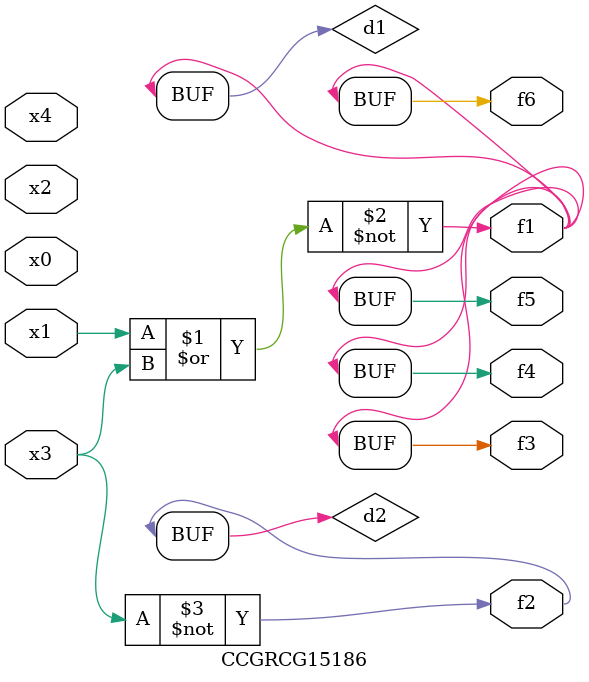
<source format=v>
module CCGRCG15186(
	input x0, x1, x2, x3, x4,
	output f1, f2, f3, f4, f5, f6
);

	wire d1, d2;

	nor (d1, x1, x3);
	not (d2, x3);
	assign f1 = d1;
	assign f2 = d2;
	assign f3 = d1;
	assign f4 = d1;
	assign f5 = d1;
	assign f6 = d1;
endmodule

</source>
